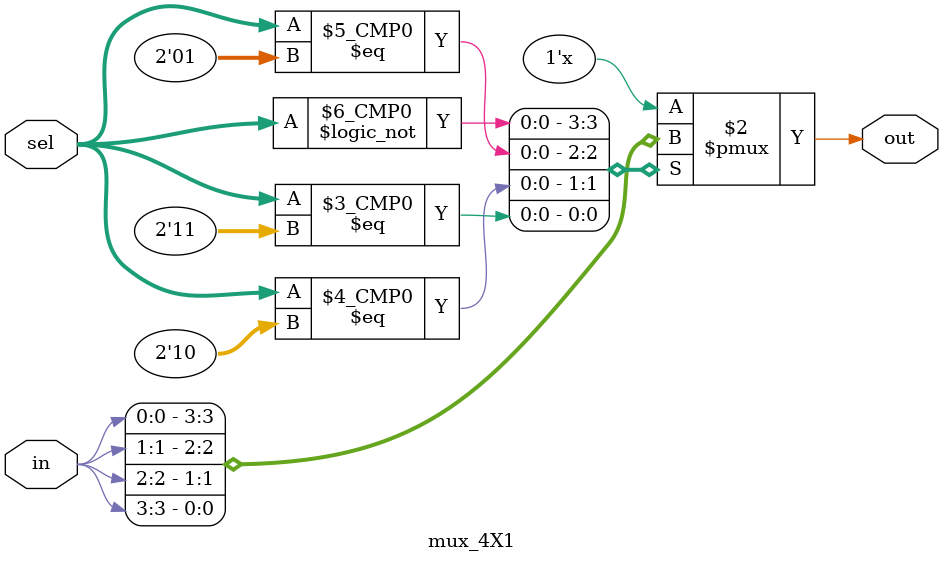
<source format=v>
module mux_4X1( in,sel,out);
  
input [3:0]in;
input [1:0]sel;
  
output reg out;

always @(*)
	begin
      
		case(sel)
			2'b00: out=in[0];
			2'b01: out=in[1];
			2'b10: out=in[2];
			2'b11: out=in[3];
			default: out=1'b0;
		endcase
      
	end
endmodule
</source>
